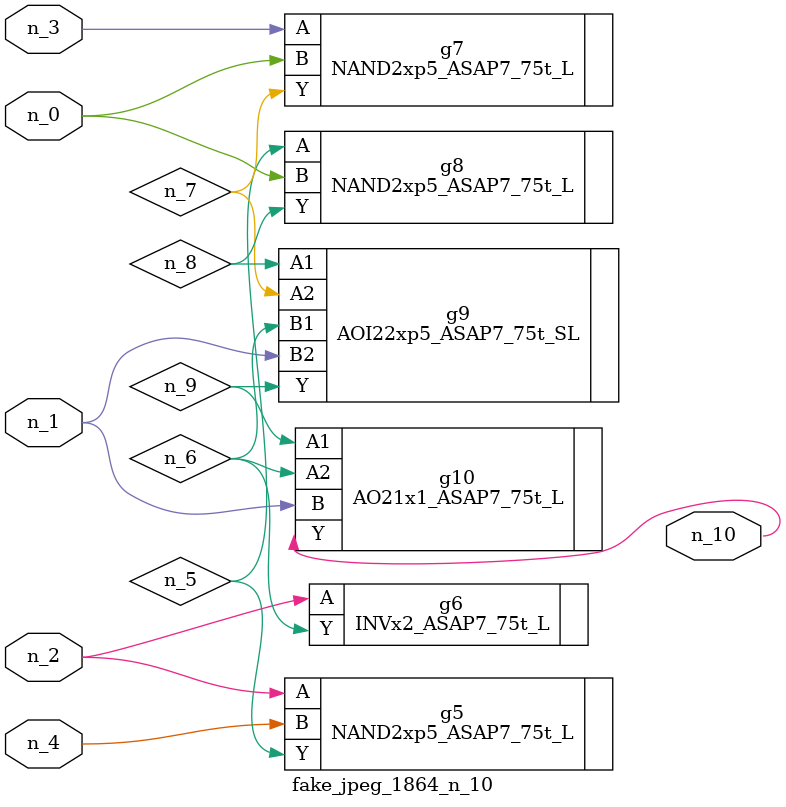
<source format=v>
module fake_jpeg_1864_n_10 (n_3, n_2, n_1, n_0, n_4, n_10);

input n_3;
input n_2;
input n_1;
input n_0;
input n_4;

output n_10;

wire n_8;
wire n_9;
wire n_6;
wire n_5;
wire n_7;

NAND2xp5_ASAP7_75t_L g5 ( 
.A(n_2),
.B(n_4),
.Y(n_5)
);

INVx2_ASAP7_75t_L g6 ( 
.A(n_2),
.Y(n_6)
);

NAND2xp5_ASAP7_75t_L g7 ( 
.A(n_3),
.B(n_0),
.Y(n_7)
);

NAND2xp5_ASAP7_75t_L g8 ( 
.A(n_5),
.B(n_0),
.Y(n_8)
);

AOI22xp5_ASAP7_75t_SL g9 ( 
.A1(n_8),
.A2(n_7),
.B1(n_6),
.B2(n_1),
.Y(n_9)
);

AO21x1_ASAP7_75t_L g10 ( 
.A1(n_9),
.A2(n_6),
.B(n_1),
.Y(n_10)
);


endmodule
</source>
